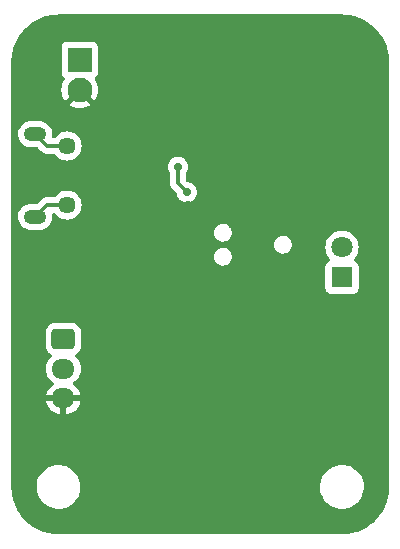
<source format=gbr>
G04 #@! TF.GenerationSoftware,KiCad,Pcbnew,7.0.8*
G04 #@! TF.CreationDate,2024-01-21T00:56:49-07:00*
G04 #@! TF.ProjectId,lapbeacon,6c617062-6561-4636-9f6e-2e6b69636164,v1*
G04 #@! TF.SameCoordinates,Original*
G04 #@! TF.FileFunction,Copper,L2,Bot*
G04 #@! TF.FilePolarity,Positive*
%FSLAX46Y46*%
G04 Gerber Fmt 4.6, Leading zero omitted, Abs format (unit mm)*
G04 Created by KiCad (PCBNEW 7.0.8) date 2024-01-21 00:56:49*
%MOMM*%
%LPD*%
G01*
G04 APERTURE LIST*
G04 Aperture macros list*
%AMRoundRect*
0 Rectangle with rounded corners*
0 $1 Rounding radius*
0 $2 $3 $4 $5 $6 $7 $8 $9 X,Y pos of 4 corners*
0 Add a 4 corners polygon primitive as box body*
4,1,4,$2,$3,$4,$5,$6,$7,$8,$9,$2,$3,0*
0 Add four circle primitives for the rounded corners*
1,1,$1+$1,$2,$3*
1,1,$1+$1,$4,$5*
1,1,$1+$1,$6,$7*
1,1,$1+$1,$8,$9*
0 Add four rect primitives between the rounded corners*
20,1,$1+$1,$2,$3,$4,$5,0*
20,1,$1+$1,$4,$5,$6,$7,0*
20,1,$1+$1,$6,$7,$8,$9,0*
20,1,$1+$1,$8,$9,$2,$3,0*%
G04 Aperture macros list end*
G04 #@! TA.AperFunction,ComponentPad*
%ADD10R,2.100000X2.100000*%
G04 #@! TD*
G04 #@! TA.AperFunction,ComponentPad*
%ADD11C,2.100000*%
G04 #@! TD*
G04 #@! TA.AperFunction,ComponentPad*
%ADD12RoundRect,0.250000X-0.725000X0.600000X-0.725000X-0.600000X0.725000X-0.600000X0.725000X0.600000X0*%
G04 #@! TD*
G04 #@! TA.AperFunction,ComponentPad*
%ADD13O,1.950000X1.700000*%
G04 #@! TD*
G04 #@! TA.AperFunction,ComponentPad*
%ADD14O,1.900000X1.200000*%
G04 #@! TD*
G04 #@! TA.AperFunction,ComponentPad*
%ADD15C,1.450000*%
G04 #@! TD*
G04 #@! TA.AperFunction,ComponentPad*
%ADD16R,1.800000X1.800000*%
G04 #@! TD*
G04 #@! TA.AperFunction,ComponentPad*
%ADD17C,1.800000*%
G04 #@! TD*
G04 #@! TA.AperFunction,ViaPad*
%ADD18C,0.700000*%
G04 #@! TD*
G04 #@! TA.AperFunction,Conductor*
%ADD19C,0.300000*%
G04 #@! TD*
G04 APERTURE END LIST*
D10*
X137800000Y-96850000D03*
D11*
X137800000Y-99390000D03*
D12*
X136400000Y-120500000D03*
D13*
X136400000Y-123000000D03*
X136400000Y-125500000D03*
D14*
X134030000Y-103135000D03*
D15*
X136730000Y-104135000D03*
X136730000Y-109135000D03*
D14*
X134030000Y-110135000D03*
D16*
X160000000Y-115260000D03*
D17*
X160000000Y-112720000D03*
D18*
X163100000Y-97000000D03*
X144300000Y-133800000D03*
X158300000Y-103200000D03*
X162300000Y-124100000D03*
X163100000Y-97900000D03*
X159500000Y-126600000D03*
X148900000Y-112400000D03*
X150300000Y-106400000D03*
X156700000Y-98000000D03*
X146800000Y-100900000D03*
X157700000Y-110200000D03*
X149300000Y-102800000D03*
X146968424Y-109144207D03*
X142100000Y-107000000D03*
X153200000Y-98000000D03*
X154900000Y-121000000D03*
X140600000Y-110200000D03*
X163100000Y-96000000D03*
X158300000Y-102100000D03*
X156700000Y-97000000D03*
X163100000Y-98900000D03*
X149200000Y-95600000D03*
X141400000Y-115100000D03*
X138400000Y-115200000D03*
X160300000Y-103000000D03*
X139900000Y-119400000D03*
X145100000Y-125000000D03*
X138200000Y-108200000D03*
X152200000Y-98000000D03*
X146100000Y-105900000D03*
X146850000Y-108050000D03*
D19*
X135030000Y-109135000D02*
X134030000Y-110135000D01*
X136730000Y-104135000D02*
X135030000Y-104135000D01*
X135030000Y-104135000D02*
X134030000Y-103135000D01*
X136730000Y-109135000D02*
X135030000Y-109135000D01*
X146850000Y-108050000D02*
X146100000Y-107300000D01*
X146100000Y-107300000D02*
X146100000Y-105900000D01*
G04 #@! TA.AperFunction,Conductor*
G36*
X160001423Y-93000566D02*
G01*
X160040986Y-93002394D01*
X160172950Y-93008495D01*
X160372549Y-93018302D01*
X160378048Y-93018819D01*
X160563357Y-93044668D01*
X160749828Y-93072329D01*
X160754871Y-93073294D01*
X160939341Y-93116681D01*
X161120221Y-93161989D01*
X161124797Y-93163327D01*
X161305568Y-93223916D01*
X161480339Y-93286450D01*
X161484471Y-93288100D01*
X161542986Y-93313936D01*
X161659474Y-93365370D01*
X161826973Y-93444592D01*
X161830601Y-93446457D01*
X161998128Y-93539770D01*
X161998142Y-93539778D01*
X162156964Y-93634972D01*
X162160119Y-93636996D01*
X162318603Y-93745559D01*
X162467377Y-93855897D01*
X162470001Y-93857957D01*
X162618027Y-93980876D01*
X162755321Y-94105314D01*
X162757514Y-94107402D01*
X162892596Y-94242484D01*
X162894695Y-94244688D01*
X163019129Y-94381980D01*
X163142034Y-94529989D01*
X163144109Y-94532632D01*
X163254443Y-94681400D01*
X163363002Y-94839879D01*
X163365032Y-94843044D01*
X163460221Y-95001857D01*
X163553527Y-95169371D01*
X163555410Y-95173034D01*
X163634638Y-95340547D01*
X163711899Y-95515527D01*
X163713558Y-95519685D01*
X163776093Y-95694459D01*
X163836662Y-95875173D01*
X163838018Y-95879812D01*
X163883317Y-96060654D01*
X163926696Y-96245090D01*
X163927672Y-96250189D01*
X163955337Y-96436689D01*
X163981177Y-96621933D01*
X163981697Y-96627459D01*
X163991512Y-96827238D01*
X163999434Y-96998575D01*
X163999500Y-97001439D01*
X163999500Y-132998560D01*
X163999434Y-133001424D01*
X163991512Y-133172761D01*
X163981697Y-133372539D01*
X163981177Y-133378065D01*
X163955337Y-133563310D01*
X163927672Y-133749809D01*
X163926696Y-133754908D01*
X163883317Y-133939345D01*
X163838018Y-134120186D01*
X163836662Y-134124825D01*
X163776093Y-134305540D01*
X163713557Y-134480314D01*
X163711899Y-134484470D01*
X163634638Y-134659452D01*
X163555410Y-134826964D01*
X163553527Y-134830627D01*
X163460221Y-134998142D01*
X163365032Y-135156954D01*
X163363002Y-135160118D01*
X163254437Y-135318608D01*
X163144121Y-135467350D01*
X163142021Y-135470025D01*
X163019132Y-135618016D01*
X162894695Y-135755310D01*
X162892596Y-135757514D01*
X162757514Y-135892596D01*
X162755310Y-135894695D01*
X162618016Y-136019132D01*
X162470025Y-136142021D01*
X162467350Y-136144121D01*
X162318608Y-136254437D01*
X162160118Y-136363002D01*
X162156954Y-136365032D01*
X161998142Y-136460221D01*
X161830627Y-136553527D01*
X161826964Y-136555410D01*
X161659452Y-136634638D01*
X161484470Y-136711899D01*
X161480314Y-136713557D01*
X161305540Y-136776093D01*
X161124825Y-136836662D01*
X161120186Y-136838018D01*
X160939345Y-136883317D01*
X160754908Y-136926696D01*
X160749809Y-136927672D01*
X160563310Y-136955337D01*
X160378065Y-136981177D01*
X160372539Y-136981697D01*
X160172761Y-136991512D01*
X160001424Y-136999434D01*
X159998560Y-136999500D01*
X136001440Y-136999500D01*
X135998576Y-136999434D01*
X135827238Y-136991512D01*
X135627459Y-136981697D01*
X135621933Y-136981177D01*
X135436689Y-136955337D01*
X135250189Y-136927672D01*
X135245090Y-136926696D01*
X135060654Y-136883317D01*
X134879812Y-136838018D01*
X134875173Y-136836662D01*
X134694459Y-136776093D01*
X134519685Y-136713558D01*
X134515527Y-136711899D01*
X134340547Y-136634638D01*
X134173034Y-136555410D01*
X134169371Y-136553527D01*
X134001857Y-136460221D01*
X133843044Y-136365032D01*
X133839879Y-136363002D01*
X133730371Y-136287989D01*
X133681392Y-136254437D01*
X133532632Y-136144109D01*
X133529989Y-136142034D01*
X133381980Y-136019129D01*
X133244688Y-135894695D01*
X133242484Y-135892596D01*
X133107402Y-135757514D01*
X133105314Y-135755321D01*
X132980867Y-135618016D01*
X132857957Y-135470001D01*
X132855897Y-135467377D01*
X132745559Y-135318603D01*
X132636995Y-135160118D01*
X132634966Y-135156954D01*
X132539778Y-134998142D01*
X132512261Y-134948740D01*
X132446457Y-134830601D01*
X132444588Y-134826964D01*
X132420852Y-134776779D01*
X132365370Y-134659474D01*
X132288100Y-134484471D01*
X132286450Y-134480339D01*
X132223906Y-134305540D01*
X132163327Y-134124797D01*
X132161989Y-134120221D01*
X132116675Y-133939315D01*
X132111402Y-133916895D01*
X132073294Y-133754871D01*
X132072329Y-133749828D01*
X132044662Y-133563310D01*
X132018819Y-133378048D01*
X132018302Y-133372549D01*
X132008487Y-133172761D01*
X132003633Y-133067763D01*
X134145787Y-133067763D01*
X134175413Y-133337013D01*
X134175415Y-133337024D01*
X134234564Y-133563270D01*
X134243928Y-133599088D01*
X134349870Y-133848390D01*
X134421998Y-133966575D01*
X134490979Y-134079605D01*
X134490986Y-134079615D01*
X134664253Y-134287819D01*
X134664259Y-134287824D01*
X134769240Y-134381887D01*
X134865998Y-134468582D01*
X135091910Y-134618044D01*
X135337176Y-134733020D01*
X135337183Y-134733022D01*
X135337185Y-134733023D01*
X135596557Y-134811057D01*
X135596564Y-134811058D01*
X135596569Y-134811060D01*
X135864561Y-134850500D01*
X135864566Y-134850500D01*
X136067636Y-134850500D01*
X136119133Y-134846730D01*
X136270156Y-134835677D01*
X136382758Y-134810593D01*
X136534546Y-134776782D01*
X136534548Y-134776781D01*
X136534553Y-134776780D01*
X136787558Y-134680014D01*
X137023777Y-134547441D01*
X137238177Y-134381888D01*
X137426186Y-134186881D01*
X137583799Y-133966579D01*
X137692626Y-133754909D01*
X137707649Y-133725690D01*
X137707651Y-133725684D01*
X137707656Y-133725675D01*
X137795118Y-133469305D01*
X137844319Y-133202933D01*
X137849259Y-133067763D01*
X158145787Y-133067763D01*
X158175413Y-133337013D01*
X158175415Y-133337024D01*
X158234564Y-133563270D01*
X158243928Y-133599088D01*
X158349870Y-133848390D01*
X158421998Y-133966575D01*
X158490979Y-134079605D01*
X158490986Y-134079615D01*
X158664253Y-134287819D01*
X158664259Y-134287824D01*
X158769240Y-134381887D01*
X158865998Y-134468582D01*
X159091910Y-134618044D01*
X159337176Y-134733020D01*
X159337183Y-134733022D01*
X159337185Y-134733023D01*
X159596557Y-134811057D01*
X159596564Y-134811058D01*
X159596569Y-134811060D01*
X159864561Y-134850500D01*
X159864566Y-134850500D01*
X160067636Y-134850500D01*
X160119133Y-134846730D01*
X160270156Y-134835677D01*
X160382758Y-134810593D01*
X160534546Y-134776782D01*
X160534548Y-134776781D01*
X160534553Y-134776780D01*
X160787558Y-134680014D01*
X161023777Y-134547441D01*
X161238177Y-134381888D01*
X161426186Y-134186881D01*
X161583799Y-133966579D01*
X161692626Y-133754909D01*
X161707649Y-133725690D01*
X161707651Y-133725684D01*
X161707656Y-133725675D01*
X161795118Y-133469305D01*
X161844319Y-133202933D01*
X161854212Y-132932235D01*
X161824586Y-132662982D01*
X161756072Y-132400912D01*
X161650130Y-132151610D01*
X161509018Y-131920390D01*
X161419747Y-131813119D01*
X161335746Y-131712180D01*
X161335740Y-131712175D01*
X161134002Y-131531418D01*
X160908092Y-131381957D01*
X160908090Y-131381956D01*
X160662824Y-131266980D01*
X160662819Y-131266978D01*
X160662814Y-131266976D01*
X160403442Y-131188942D01*
X160403428Y-131188939D01*
X160287791Y-131171921D01*
X160135439Y-131149500D01*
X159932369Y-131149500D01*
X159932364Y-131149500D01*
X159729844Y-131164323D01*
X159729831Y-131164325D01*
X159465453Y-131223217D01*
X159465446Y-131223220D01*
X159212439Y-131319987D01*
X158976226Y-131452557D01*
X158761822Y-131618112D01*
X158573822Y-131813109D01*
X158573816Y-131813116D01*
X158416202Y-132033419D01*
X158416199Y-132033424D01*
X158292350Y-132274309D01*
X158292343Y-132274327D01*
X158204884Y-132530685D01*
X158204881Y-132530699D01*
X158155681Y-132797068D01*
X158155680Y-132797075D01*
X158145787Y-133067763D01*
X137849259Y-133067763D01*
X137854212Y-132932235D01*
X137824586Y-132662982D01*
X137756072Y-132400912D01*
X137650130Y-132151610D01*
X137509018Y-131920390D01*
X137419747Y-131813119D01*
X137335746Y-131712180D01*
X137335740Y-131712175D01*
X137134002Y-131531418D01*
X136908092Y-131381957D01*
X136908090Y-131381956D01*
X136662824Y-131266980D01*
X136662819Y-131266978D01*
X136662814Y-131266976D01*
X136403442Y-131188942D01*
X136403428Y-131188939D01*
X136287791Y-131171921D01*
X136135439Y-131149500D01*
X135932369Y-131149500D01*
X135932364Y-131149500D01*
X135729844Y-131164323D01*
X135729831Y-131164325D01*
X135465453Y-131223217D01*
X135465446Y-131223220D01*
X135212439Y-131319987D01*
X134976226Y-131452557D01*
X134761822Y-131618112D01*
X134573822Y-131813109D01*
X134573816Y-131813116D01*
X134416202Y-132033419D01*
X134416199Y-132033424D01*
X134292350Y-132274309D01*
X134292343Y-132274327D01*
X134204884Y-132530685D01*
X134204881Y-132530699D01*
X134155681Y-132797068D01*
X134155680Y-132797075D01*
X134145787Y-133067763D01*
X132003633Y-133067763D01*
X132000566Y-133001423D01*
X132000500Y-132998560D01*
X132000500Y-123000000D01*
X134919341Y-123000000D01*
X134939936Y-123235403D01*
X134939938Y-123235413D01*
X135001094Y-123463655D01*
X135001096Y-123463659D01*
X135001097Y-123463663D01*
X135051031Y-123570746D01*
X135100964Y-123677828D01*
X135100965Y-123677830D01*
X135236505Y-123871402D01*
X135403597Y-124038494D01*
X135561031Y-124148730D01*
X135604656Y-124203307D01*
X135611850Y-124272805D01*
X135580327Y-124335160D01*
X135561032Y-124351880D01*
X135403922Y-124461890D01*
X135403920Y-124461891D01*
X135236894Y-124628917D01*
X135101399Y-124822421D01*
X135001570Y-125036507D01*
X135001567Y-125036513D01*
X134944364Y-125249999D01*
X134944364Y-125250000D01*
X135996031Y-125250000D01*
X135963481Y-125300649D01*
X135925000Y-125431705D01*
X135925000Y-125568295D01*
X135963481Y-125699351D01*
X135996031Y-125750000D01*
X134944364Y-125750000D01*
X135001567Y-125963486D01*
X135001570Y-125963492D01*
X135101399Y-126177577D01*
X135101400Y-126177579D01*
X135236886Y-126371073D01*
X135236891Y-126371079D01*
X135403920Y-126538108D01*
X135403926Y-126538113D01*
X135597420Y-126673599D01*
X135597422Y-126673600D01*
X135811507Y-126773429D01*
X135811516Y-126773433D01*
X136039678Y-126834568D01*
X136150000Y-126844219D01*
X136150000Y-125908018D01*
X136264801Y-125960446D01*
X136366025Y-125975000D01*
X136433975Y-125975000D01*
X136535199Y-125960446D01*
X136650000Y-125908018D01*
X136650000Y-126844219D01*
X136760320Y-126834568D01*
X136760323Y-126834568D01*
X136988483Y-126773433D01*
X136988492Y-126773429D01*
X137202577Y-126673600D01*
X137202579Y-126673599D01*
X137396073Y-126538113D01*
X137396079Y-126538108D01*
X137563105Y-126371082D01*
X137698600Y-126177578D01*
X137798429Y-125963492D01*
X137798432Y-125963486D01*
X137855636Y-125750000D01*
X136803969Y-125750000D01*
X136836519Y-125699351D01*
X136875000Y-125568295D01*
X136875000Y-125431705D01*
X136836519Y-125300649D01*
X136803969Y-125250000D01*
X137855636Y-125250000D01*
X137855635Y-125249999D01*
X137798432Y-125036513D01*
X137798429Y-125036507D01*
X137698600Y-124822422D01*
X137698599Y-124822420D01*
X137563113Y-124628926D01*
X137563108Y-124628920D01*
X137396079Y-124461891D01*
X137396073Y-124461886D01*
X137238967Y-124351880D01*
X137195342Y-124297303D01*
X137188148Y-124227805D01*
X137219671Y-124165450D01*
X137238960Y-124148735D01*
X137396401Y-124038495D01*
X137563495Y-123871401D01*
X137699035Y-123677830D01*
X137798903Y-123463663D01*
X137860063Y-123235408D01*
X137880659Y-123000000D01*
X137860063Y-122764592D01*
X137798903Y-122536337D01*
X137699035Y-122322171D01*
X137699034Y-122322169D01*
X137563494Y-122128597D01*
X137416295Y-121981398D01*
X137382810Y-121920075D01*
X137387794Y-121850383D01*
X137429666Y-121794450D01*
X137438880Y-121788178D01*
X137444334Y-121784814D01*
X137593656Y-121692712D01*
X137717712Y-121568656D01*
X137809814Y-121419334D01*
X137864999Y-121252797D01*
X137875500Y-121150009D01*
X137875499Y-119849992D01*
X137864999Y-119747203D01*
X137809814Y-119580666D01*
X137717712Y-119431344D01*
X137593656Y-119307288D01*
X137444334Y-119215186D01*
X137277797Y-119160001D01*
X137277795Y-119160000D01*
X137175010Y-119149500D01*
X135624998Y-119149500D01*
X135624981Y-119149501D01*
X135522203Y-119160000D01*
X135522200Y-119160001D01*
X135355668Y-119215185D01*
X135355663Y-119215187D01*
X135206342Y-119307289D01*
X135082289Y-119431342D01*
X134990187Y-119580663D01*
X134990186Y-119580666D01*
X134935001Y-119747203D01*
X134935001Y-119747204D01*
X134935000Y-119747204D01*
X134924500Y-119849983D01*
X134924500Y-121150001D01*
X134924501Y-121150018D01*
X134935000Y-121252796D01*
X134935001Y-121252799D01*
X134990185Y-121419331D01*
X134990187Y-121419336D01*
X135082289Y-121568657D01*
X135206344Y-121692712D01*
X135361120Y-121788178D01*
X135407845Y-121840126D01*
X135419068Y-121909088D01*
X135391224Y-121973171D01*
X135383706Y-121981398D01*
X135236501Y-122128603D01*
X135236501Y-122128604D01*
X135100967Y-122322165D01*
X135100965Y-122322169D01*
X135001098Y-122536335D01*
X135001094Y-122536344D01*
X134939938Y-122764586D01*
X134939936Y-122764596D01*
X134919341Y-122999999D01*
X134919341Y-123000000D01*
X132000500Y-123000000D01*
X132000500Y-113559660D01*
X149170393Y-113559660D01*
X149200668Y-113731354D01*
X149269721Y-113891438D01*
X149269722Y-113891440D01*
X149269724Y-113891443D01*
X149352370Y-114002455D01*
X149373832Y-114031283D01*
X149507386Y-114143349D01*
X149663185Y-114221594D01*
X149832829Y-114261800D01*
X149832831Y-114261800D01*
X149963429Y-114261800D01*
X149963436Y-114261800D01*
X150093164Y-114246637D01*
X150256993Y-114187008D01*
X150402654Y-114091205D01*
X150522296Y-113964393D01*
X150609467Y-113813407D01*
X150659469Y-113646388D01*
X150669607Y-113472340D01*
X150639332Y-113300646D01*
X150570279Y-113140562D01*
X150560442Y-113127349D01*
X150466167Y-113000716D01*
X150332614Y-112888651D01*
X150332612Y-112888650D01*
X150176818Y-112810407D01*
X150176816Y-112810406D01*
X150176815Y-112810406D01*
X150007171Y-112770200D01*
X149876564Y-112770200D01*
X149763052Y-112783467D01*
X149746835Y-112785363D01*
X149746832Y-112785364D01*
X149583008Y-112844991D01*
X149583004Y-112844993D01*
X149437348Y-112940792D01*
X149437347Y-112940793D01*
X149317706Y-113067603D01*
X149317703Y-113067609D01*
X149230534Y-113218590D01*
X149180531Y-113385610D01*
X149180530Y-113385616D01*
X149180342Y-113388849D01*
X149170393Y-113559660D01*
X132000500Y-113559660D01*
X132000500Y-112543660D01*
X154250393Y-112543660D01*
X154280668Y-112715354D01*
X154349721Y-112875438D01*
X154349722Y-112875440D01*
X154349724Y-112875443D01*
X154404032Y-112948390D01*
X154453832Y-113015283D01*
X154587386Y-113127349D01*
X154743185Y-113205594D01*
X154912829Y-113245800D01*
X154912831Y-113245800D01*
X155043429Y-113245800D01*
X155043436Y-113245800D01*
X155173164Y-113230637D01*
X155336993Y-113171008D01*
X155482654Y-113075205D01*
X155602296Y-112948393D01*
X155689467Y-112797407D01*
X155712639Y-112720006D01*
X158594700Y-112720006D01*
X158613864Y-112951297D01*
X158613866Y-112951308D01*
X158670842Y-113176300D01*
X158764075Y-113388848D01*
X158891016Y-113583147D01*
X158891019Y-113583151D01*
X158891021Y-113583153D01*
X158985803Y-113686114D01*
X159016724Y-113748767D01*
X159008864Y-113818193D01*
X158964716Y-113872348D01*
X158937906Y-113886277D01*
X158857669Y-113916203D01*
X158857664Y-113916206D01*
X158742455Y-114002452D01*
X158742452Y-114002455D01*
X158656206Y-114117664D01*
X158656202Y-114117671D01*
X158605908Y-114252517D01*
X158599501Y-114312116D01*
X158599501Y-114312123D01*
X158599500Y-114312135D01*
X158599500Y-116207870D01*
X158599501Y-116207876D01*
X158605908Y-116267483D01*
X158656202Y-116402328D01*
X158656206Y-116402335D01*
X158742452Y-116517544D01*
X158742455Y-116517547D01*
X158857664Y-116603793D01*
X158857671Y-116603797D01*
X158992517Y-116654091D01*
X158992516Y-116654091D01*
X158999444Y-116654835D01*
X159052127Y-116660500D01*
X160947872Y-116660499D01*
X161007483Y-116654091D01*
X161142331Y-116603796D01*
X161257546Y-116517546D01*
X161343796Y-116402331D01*
X161394091Y-116267483D01*
X161400500Y-116207873D01*
X161400499Y-114312128D01*
X161394091Y-114252517D01*
X161391897Y-114246635D01*
X161343797Y-114117671D01*
X161343793Y-114117664D01*
X161257547Y-114002455D01*
X161257544Y-114002452D01*
X161142335Y-113916206D01*
X161142328Y-113916202D01*
X161062094Y-113886277D01*
X161006160Y-113844406D01*
X160981743Y-113778941D01*
X160996595Y-113710668D01*
X161014190Y-113686121D01*
X161108979Y-113583153D01*
X161235924Y-113388849D01*
X161329157Y-113176300D01*
X161386134Y-112951305D01*
X161386375Y-112948396D01*
X161405300Y-112720006D01*
X161405300Y-112719993D01*
X161386135Y-112488702D01*
X161386133Y-112488691D01*
X161329157Y-112263699D01*
X161235924Y-112051151D01*
X161108983Y-111856852D01*
X161108980Y-111856849D01*
X161108979Y-111856847D01*
X160951784Y-111686087D01*
X160951779Y-111686083D01*
X160951777Y-111686081D01*
X160768634Y-111543535D01*
X160768628Y-111543531D01*
X160564504Y-111433064D01*
X160564495Y-111433061D01*
X160344984Y-111357702D01*
X160173282Y-111329050D01*
X160116049Y-111319500D01*
X159883951Y-111319500D01*
X159838164Y-111327140D01*
X159655015Y-111357702D01*
X159435504Y-111433061D01*
X159435495Y-111433064D01*
X159231371Y-111543531D01*
X159231365Y-111543535D01*
X159048222Y-111686081D01*
X159048219Y-111686084D01*
X158891016Y-111856852D01*
X158764075Y-112051151D01*
X158670842Y-112263699D01*
X158613866Y-112488691D01*
X158613864Y-112488702D01*
X158594700Y-112719993D01*
X158594700Y-112720006D01*
X155712639Y-112720006D01*
X155739469Y-112630388D01*
X155749607Y-112456340D01*
X155719332Y-112284646D01*
X155650279Y-112124562D01*
X155640442Y-112111349D01*
X155546167Y-111984716D01*
X155412614Y-111872651D01*
X155412612Y-111872650D01*
X155256818Y-111794407D01*
X155256816Y-111794406D01*
X155256815Y-111794406D01*
X155087171Y-111754200D01*
X154956564Y-111754200D01*
X154843052Y-111767467D01*
X154826835Y-111769363D01*
X154826832Y-111769364D01*
X154663008Y-111828991D01*
X154663004Y-111828993D01*
X154517348Y-111924792D01*
X154517347Y-111924793D01*
X154397706Y-112051603D01*
X154397703Y-112051609D01*
X154310534Y-112202590D01*
X154260531Y-112369610D01*
X154260530Y-112369616D01*
X154253594Y-112488702D01*
X154250393Y-112543660D01*
X132000500Y-112543660D01*
X132000500Y-111527660D01*
X149170393Y-111527660D01*
X149173192Y-111543531D01*
X149198327Y-111686081D01*
X149200668Y-111699354D01*
X149269721Y-111859438D01*
X149269722Y-111859440D01*
X149269724Y-111859443D01*
X149324032Y-111932390D01*
X149373832Y-111999283D01*
X149507386Y-112111349D01*
X149663185Y-112189594D01*
X149832829Y-112229800D01*
X149832831Y-112229800D01*
X149963429Y-112229800D01*
X149963436Y-112229800D01*
X150093164Y-112214637D01*
X150256993Y-112155008D01*
X150402654Y-112059205D01*
X150522296Y-111932393D01*
X150609467Y-111781407D01*
X150659469Y-111614388D01*
X150669607Y-111440340D01*
X150639332Y-111268646D01*
X150570279Y-111108562D01*
X150537856Y-111065011D01*
X150466167Y-110968716D01*
X150332614Y-110856651D01*
X150332612Y-110856650D01*
X150176818Y-110778407D01*
X150176816Y-110778406D01*
X150176815Y-110778406D01*
X150007171Y-110738200D01*
X149876564Y-110738200D01*
X149763052Y-110751467D01*
X149746835Y-110753363D01*
X149746832Y-110753364D01*
X149583008Y-110812991D01*
X149583004Y-110812993D01*
X149437348Y-110908792D01*
X149437347Y-110908793D01*
X149317706Y-111035603D01*
X149317703Y-111035609D01*
X149230534Y-111186590D01*
X149180531Y-111353610D01*
X149180530Y-111353616D01*
X149175903Y-111433061D01*
X149170393Y-111527660D01*
X132000500Y-111527660D01*
X132000500Y-110082401D01*
X132575746Y-110082401D01*
X132585745Y-110292327D01*
X132635296Y-110496578D01*
X132635298Y-110496582D01*
X132722598Y-110687743D01*
X132722601Y-110687748D01*
X132722602Y-110687750D01*
X132722604Y-110687753D01*
X132844514Y-110858952D01*
X132844515Y-110858953D01*
X132844520Y-110858959D01*
X132996620Y-111003985D01*
X133091578Y-111065011D01*
X133173428Y-111117613D01*
X133368543Y-111195725D01*
X133471729Y-111215612D01*
X133574914Y-111235500D01*
X133574915Y-111235500D01*
X134432419Y-111235500D01*
X134432425Y-111235500D01*
X134589218Y-111220528D01*
X134790875Y-111161316D01*
X134977682Y-111065011D01*
X135142886Y-110935092D01*
X135280519Y-110776256D01*
X135293737Y-110753363D01*
X135385601Y-110594249D01*
X135385600Y-110594249D01*
X135385604Y-110594244D01*
X135454344Y-110395633D01*
X135484254Y-110187602D01*
X135474254Y-109977670D01*
X135464808Y-109938733D01*
X135468133Y-109868943D01*
X135508662Y-109812029D01*
X135573527Y-109786061D01*
X135585313Y-109785500D01*
X135624876Y-109785500D01*
X135691915Y-109805185D01*
X135726450Y-109838376D01*
X135751652Y-109874368D01*
X135787627Y-109925745D01*
X135939255Y-110077373D01*
X136114909Y-110200368D01*
X136309253Y-110290992D01*
X136516381Y-110346492D01*
X136668966Y-110359841D01*
X136729998Y-110365181D01*
X136730000Y-110365181D01*
X136730002Y-110365181D01*
X136783404Y-110360508D01*
X136943619Y-110346492D01*
X137150747Y-110290992D01*
X137345091Y-110200368D01*
X137520745Y-110077373D01*
X137672373Y-109925745D01*
X137795368Y-109750091D01*
X137885992Y-109555747D01*
X137941492Y-109348619D01*
X137960181Y-109135000D01*
X137941492Y-108921381D01*
X137885992Y-108714253D01*
X137795368Y-108519910D01*
X137793896Y-108517808D01*
X137672376Y-108344259D01*
X137672371Y-108344253D01*
X137520745Y-108192627D01*
X137345090Y-108069631D01*
X137247919Y-108024320D01*
X137150747Y-107979008D01*
X137150743Y-107979007D01*
X137150739Y-107979005D01*
X136943624Y-107923509D01*
X136943620Y-107923508D01*
X136943619Y-107923508D01*
X136943618Y-107923507D01*
X136943613Y-107923507D01*
X136730002Y-107904819D01*
X136729998Y-107904819D01*
X136516386Y-107923507D01*
X136516375Y-107923509D01*
X136309260Y-107979005D01*
X136309251Y-107979009D01*
X136114910Y-108069631D01*
X136114908Y-108069632D01*
X135939259Y-108192623D01*
X135939253Y-108192628D01*
X135787627Y-108344254D01*
X135726450Y-108431624D01*
X135671873Y-108475249D01*
X135624876Y-108484500D01*
X135115506Y-108484500D01*
X135099495Y-108482732D01*
X135099473Y-108482974D01*
X135091706Y-108482239D01*
X135019783Y-108484500D01*
X134989075Y-108484500D01*
X134989071Y-108484500D01*
X134989060Y-108484501D01*
X134981804Y-108485417D01*
X134975986Y-108485875D01*
X134927433Y-108487401D01*
X134912873Y-108491630D01*
X134907040Y-108493325D01*
X134887996Y-108497269D01*
X134866942Y-108499929D01*
X134866940Y-108499929D01*
X134821781Y-108517808D01*
X134816255Y-108519700D01*
X134769601Y-108533254D01*
X134751325Y-108544063D01*
X134733860Y-108552619D01*
X134714124Y-108560433D01*
X134674824Y-108588986D01*
X134669942Y-108592193D01*
X134628136Y-108616917D01*
X134613124Y-108631929D01*
X134598336Y-108644558D01*
X134581167Y-108657032D01*
X134581165Y-108657034D01*
X134550194Y-108694470D01*
X134546261Y-108698791D01*
X134246871Y-108998182D01*
X134185551Y-109031666D01*
X134159192Y-109034500D01*
X133627575Y-109034500D01*
X133470782Y-109049472D01*
X133470778Y-109049473D01*
X133269127Y-109108683D01*
X133082313Y-109204991D01*
X132917116Y-109334905D01*
X132917112Y-109334909D01*
X132779478Y-109493746D01*
X132674398Y-109675750D01*
X132605656Y-109874365D01*
X132605656Y-109874367D01*
X132576469Y-110077373D01*
X132575746Y-110082401D01*
X132000500Y-110082401D01*
X132000500Y-105900000D01*
X145244815Y-105900000D01*
X145263503Y-106077805D01*
X145263504Y-106077807D01*
X145318747Y-106247829D01*
X145318750Y-106247835D01*
X145408141Y-106402665D01*
X145417648Y-106413223D01*
X145447879Y-106476213D01*
X145449500Y-106496197D01*
X145449500Y-107214494D01*
X145447732Y-107230505D01*
X145447974Y-107230528D01*
X145447240Y-107238294D01*
X145449500Y-107310203D01*
X145449500Y-107340920D01*
X145449501Y-107340940D01*
X145450418Y-107348206D01*
X145450876Y-107354024D01*
X145452402Y-107402567D01*
X145452403Y-107402570D01*
X145458323Y-107422948D01*
X145462268Y-107441996D01*
X145464928Y-107463054D01*
X145464931Y-107463064D01*
X145482813Y-107508230D01*
X145484705Y-107513758D01*
X145498254Y-107560395D01*
X145498255Y-107560397D01*
X145509060Y-107578666D01*
X145517617Y-107596134D01*
X145523226Y-107610300D01*
X145525432Y-107615872D01*
X145553983Y-107655170D01*
X145557188Y-107660049D01*
X145581919Y-107701865D01*
X145581923Y-107701869D01*
X145596925Y-107716871D01*
X145609563Y-107731669D01*
X145622033Y-107748833D01*
X145622036Y-107748836D01*
X145622037Y-107748837D01*
X145659476Y-107779809D01*
X145663776Y-107783722D01*
X145859059Y-107979005D01*
X145971371Y-108091317D01*
X146004856Y-108152640D01*
X146007010Y-108166031D01*
X146013503Y-108227803D01*
X146013504Y-108227805D01*
X146013504Y-108227807D01*
X146068747Y-108397829D01*
X146068750Y-108397835D01*
X146158141Y-108552665D01*
X146190845Y-108588986D01*
X146277764Y-108685521D01*
X146277767Y-108685523D01*
X146277770Y-108685526D01*
X146422407Y-108790612D01*
X146585733Y-108863329D01*
X146760609Y-108900500D01*
X146760610Y-108900500D01*
X146939389Y-108900500D01*
X146939391Y-108900500D01*
X147114267Y-108863329D01*
X147277593Y-108790612D01*
X147422230Y-108685526D01*
X147541859Y-108552665D01*
X147631250Y-108397835D01*
X147686497Y-108227803D01*
X147705185Y-108050000D01*
X147686497Y-107872197D01*
X147646415Y-107748837D01*
X147631252Y-107702170D01*
X147631249Y-107702164D01*
X147631079Y-107701869D01*
X147541859Y-107547335D01*
X147465981Y-107463064D01*
X147422235Y-107414478D01*
X147422232Y-107414476D01*
X147422231Y-107414475D01*
X147422230Y-107414474D01*
X147277593Y-107309388D01*
X147114267Y-107236671D01*
X147114265Y-107236670D01*
X146977473Y-107207594D01*
X146949989Y-107201752D01*
X146888508Y-107168561D01*
X146888090Y-107168144D01*
X146786819Y-107066873D01*
X146753334Y-107005550D01*
X146750500Y-106979192D01*
X146750500Y-106496197D01*
X146770185Y-106429158D01*
X146782352Y-106413223D01*
X146791859Y-106402665D01*
X146881250Y-106247835D01*
X146936497Y-106077803D01*
X146955185Y-105900000D01*
X146936497Y-105722197D01*
X146881250Y-105552165D01*
X146791859Y-105397335D01*
X146745003Y-105345296D01*
X146672235Y-105264478D01*
X146672232Y-105264476D01*
X146672231Y-105264475D01*
X146672230Y-105264474D01*
X146527593Y-105159388D01*
X146364267Y-105086671D01*
X146364265Y-105086670D01*
X146236594Y-105059533D01*
X146189391Y-105049500D01*
X146010609Y-105049500D01*
X145979954Y-105056015D01*
X145835733Y-105086670D01*
X145835728Y-105086672D01*
X145672408Y-105159387D01*
X145527768Y-105264475D01*
X145408140Y-105397336D01*
X145318750Y-105552164D01*
X145318747Y-105552170D01*
X145263504Y-105722192D01*
X145263503Y-105722194D01*
X145244815Y-105900000D01*
X132000500Y-105900000D01*
X132000500Y-103082401D01*
X132575746Y-103082401D01*
X132585745Y-103292327D01*
X132635296Y-103496578D01*
X132635298Y-103496582D01*
X132722598Y-103687743D01*
X132722601Y-103687748D01*
X132722602Y-103687750D01*
X132722604Y-103687753D01*
X132741475Y-103714253D01*
X132844515Y-103858953D01*
X132844520Y-103858959D01*
X132996620Y-104003985D01*
X132996622Y-104003986D01*
X133173428Y-104117613D01*
X133368543Y-104195725D01*
X133471729Y-104215612D01*
X133574914Y-104235500D01*
X133574915Y-104235500D01*
X134159192Y-104235500D01*
X134226231Y-104255185D01*
X134246873Y-104271819D01*
X134509564Y-104534510D01*
X134519635Y-104547080D01*
X134519822Y-104546926D01*
X134524796Y-104552937D01*
X134524798Y-104552940D01*
X134553345Y-104579748D01*
X134577243Y-104602190D01*
X134598966Y-104623912D01*
X134604758Y-104628405D01*
X134609198Y-104632198D01*
X134625260Y-104647280D01*
X134644607Y-104665448D01*
X134663198Y-104675668D01*
X134679463Y-104686352D01*
X134696234Y-104699361D01*
X134696237Y-104699363D01*
X134740827Y-104718658D01*
X134746056Y-104721220D01*
X134788632Y-104744627D01*
X134809193Y-104749905D01*
X134827597Y-104756207D01*
X134847074Y-104764636D01*
X134884927Y-104770630D01*
X134895054Y-104772235D01*
X134900764Y-104773417D01*
X134947823Y-104785500D01*
X134969045Y-104785500D01*
X134988442Y-104787026D01*
X135009405Y-104790347D01*
X135057772Y-104785774D01*
X135063609Y-104785500D01*
X135624876Y-104785500D01*
X135691915Y-104805185D01*
X135726450Y-104838376D01*
X135787627Y-104925745D01*
X135939255Y-105077373D01*
X136114909Y-105200368D01*
X136309253Y-105290992D01*
X136516381Y-105346492D01*
X136668966Y-105359841D01*
X136729998Y-105365181D01*
X136730000Y-105365181D01*
X136730002Y-105365181D01*
X136783404Y-105360508D01*
X136943619Y-105346492D01*
X137150747Y-105290992D01*
X137345091Y-105200368D01*
X137520745Y-105077373D01*
X137672373Y-104925745D01*
X137795368Y-104750091D01*
X137885992Y-104555747D01*
X137941492Y-104348619D01*
X137960181Y-104135000D01*
X137941492Y-103921381D01*
X137885992Y-103714253D01*
X137795368Y-103519910D01*
X137779029Y-103496576D01*
X137672376Y-103344259D01*
X137672371Y-103344253D01*
X137520745Y-103192627D01*
X137345090Y-103069631D01*
X137247919Y-103024320D01*
X137150747Y-102979008D01*
X137150743Y-102979007D01*
X137150739Y-102979005D01*
X136943624Y-102923509D01*
X136943620Y-102923508D01*
X136943619Y-102923508D01*
X136943618Y-102923507D01*
X136943613Y-102923507D01*
X136730002Y-102904819D01*
X136729998Y-102904819D01*
X136516386Y-102923507D01*
X136516375Y-102923509D01*
X136309260Y-102979005D01*
X136309251Y-102979009D01*
X136114910Y-103069631D01*
X136114908Y-103069632D01*
X135939259Y-103192623D01*
X135939253Y-103192628D01*
X135787627Y-103344254D01*
X135726450Y-103431624D01*
X135671873Y-103475249D01*
X135624876Y-103484500D01*
X135584670Y-103484500D01*
X135517631Y-103464815D01*
X135471876Y-103412011D01*
X135461932Y-103342854D01*
X135484254Y-103187602D01*
X135474254Y-102977670D01*
X135424704Y-102773424D01*
X135424701Y-102773417D01*
X135337401Y-102582256D01*
X135337398Y-102582251D01*
X135337397Y-102582250D01*
X135337396Y-102582247D01*
X135215486Y-102411048D01*
X135215484Y-102411046D01*
X135215479Y-102411040D01*
X135063379Y-102266014D01*
X134886574Y-102152388D01*
X134691455Y-102074274D01*
X134485086Y-102034500D01*
X134485085Y-102034500D01*
X133627575Y-102034500D01*
X133470782Y-102049472D01*
X133470778Y-102049473D01*
X133269127Y-102108683D01*
X133082313Y-102204991D01*
X132917116Y-102334905D01*
X132917112Y-102334909D01*
X132779478Y-102493746D01*
X132674398Y-102675750D01*
X132605656Y-102874365D01*
X132605656Y-102874367D01*
X132577582Y-103069632D01*
X132575746Y-103082401D01*
X132000500Y-103082401D01*
X132000500Y-99390000D01*
X136245207Y-99390000D01*
X136264348Y-99633219D01*
X136321303Y-99870457D01*
X136414668Y-100095861D01*
X136538504Y-100297942D01*
X137274070Y-99562375D01*
X137276884Y-99575915D01*
X137346442Y-99710156D01*
X137449638Y-99820652D01*
X137578819Y-99899209D01*
X137630002Y-99913549D01*
X136892056Y-100651494D01*
X137094138Y-100775331D01*
X137319542Y-100868696D01*
X137556780Y-100925651D01*
X137556779Y-100925651D01*
X137800000Y-100944792D01*
X138043219Y-100925651D01*
X138280457Y-100868696D01*
X138505861Y-100775331D01*
X138707942Y-100651494D01*
X137971568Y-99915121D01*
X138088458Y-99864349D01*
X138205739Y-99768934D01*
X138292928Y-99645415D01*
X138323354Y-99559802D01*
X139061494Y-100297942D01*
X139185331Y-100095861D01*
X139278696Y-99870457D01*
X139335651Y-99633219D01*
X139354792Y-99390000D01*
X139335651Y-99146780D01*
X139278696Y-98909542D01*
X139185331Y-98684138D01*
X139072149Y-98499442D01*
X139053904Y-98431996D01*
X139075020Y-98365394D01*
X139103560Y-98335389D01*
X139207546Y-98257546D01*
X139293796Y-98142331D01*
X139344091Y-98007483D01*
X139350500Y-97947873D01*
X139350499Y-95752128D01*
X139345299Y-95703757D01*
X139344091Y-95692516D01*
X139293797Y-95557671D01*
X139293793Y-95557664D01*
X139207547Y-95442455D01*
X139207544Y-95442452D01*
X139092335Y-95356206D01*
X139092328Y-95356202D01*
X138957482Y-95305908D01*
X138957483Y-95305908D01*
X138897883Y-95299501D01*
X138897881Y-95299500D01*
X138897873Y-95299500D01*
X138897864Y-95299500D01*
X136702129Y-95299500D01*
X136702123Y-95299501D01*
X136642516Y-95305908D01*
X136507671Y-95356202D01*
X136507664Y-95356206D01*
X136392455Y-95442452D01*
X136392452Y-95442455D01*
X136306206Y-95557664D01*
X136306202Y-95557671D01*
X136255908Y-95692517D01*
X136252167Y-95727318D01*
X136249501Y-95752123D01*
X136249500Y-95752135D01*
X136249500Y-97947870D01*
X136249501Y-97947876D01*
X136255908Y-98007483D01*
X136306202Y-98142328D01*
X136306206Y-98142335D01*
X136375358Y-98234709D01*
X136392454Y-98257546D01*
X136496434Y-98335386D01*
X136538305Y-98391319D01*
X136543289Y-98461011D01*
X136527851Y-98499441D01*
X136414667Y-98684140D01*
X136321303Y-98909542D01*
X136264348Y-99146780D01*
X136245207Y-99390000D01*
X132000500Y-99390000D01*
X132000500Y-97001439D01*
X132000566Y-96998576D01*
X132008487Y-96827238D01*
X132018302Y-96627446D01*
X132018818Y-96621955D01*
X132044670Y-96436633D01*
X132072331Y-96250162D01*
X132073292Y-96245137D01*
X132116689Y-96060626D01*
X132161993Y-95879764D01*
X132163323Y-95875216D01*
X132223915Y-95694431D01*
X132286457Y-95519641D01*
X132288100Y-95515527D01*
X132365368Y-95340530D01*
X132444615Y-95172977D01*
X132446444Y-95169423D01*
X132539781Y-95001852D01*
X132634990Y-94843005D01*
X132636979Y-94839904D01*
X132745570Y-94681381D01*
X132855924Y-94532586D01*
X132857928Y-94530033D01*
X132980875Y-94381973D01*
X133105351Y-94244636D01*
X133107361Y-94242526D01*
X133242526Y-94107361D01*
X133244636Y-94105351D01*
X133381973Y-93980875D01*
X133530033Y-93857928D01*
X133532586Y-93855924D01*
X133681381Y-93745570D01*
X133839904Y-93636979D01*
X133843005Y-93634990D01*
X134001858Y-93539778D01*
X134169423Y-93446444D01*
X134172977Y-93444615D01*
X134340530Y-93365368D01*
X134515538Y-93288095D01*
X134519641Y-93286457D01*
X134694431Y-93223915D01*
X134875216Y-93163323D01*
X134879764Y-93161993D01*
X135060626Y-93116689D01*
X135245137Y-93073292D01*
X135250162Y-93072331D01*
X135436651Y-93044667D01*
X135621955Y-93018818D01*
X135627446Y-93018302D01*
X135826958Y-93008500D01*
X135968945Y-93001935D01*
X135998577Y-93000566D01*
X136001440Y-93000500D01*
X159998560Y-93000500D01*
X160001423Y-93000566D01*
G37*
G04 #@! TD.AperFunction*
M02*

</source>
